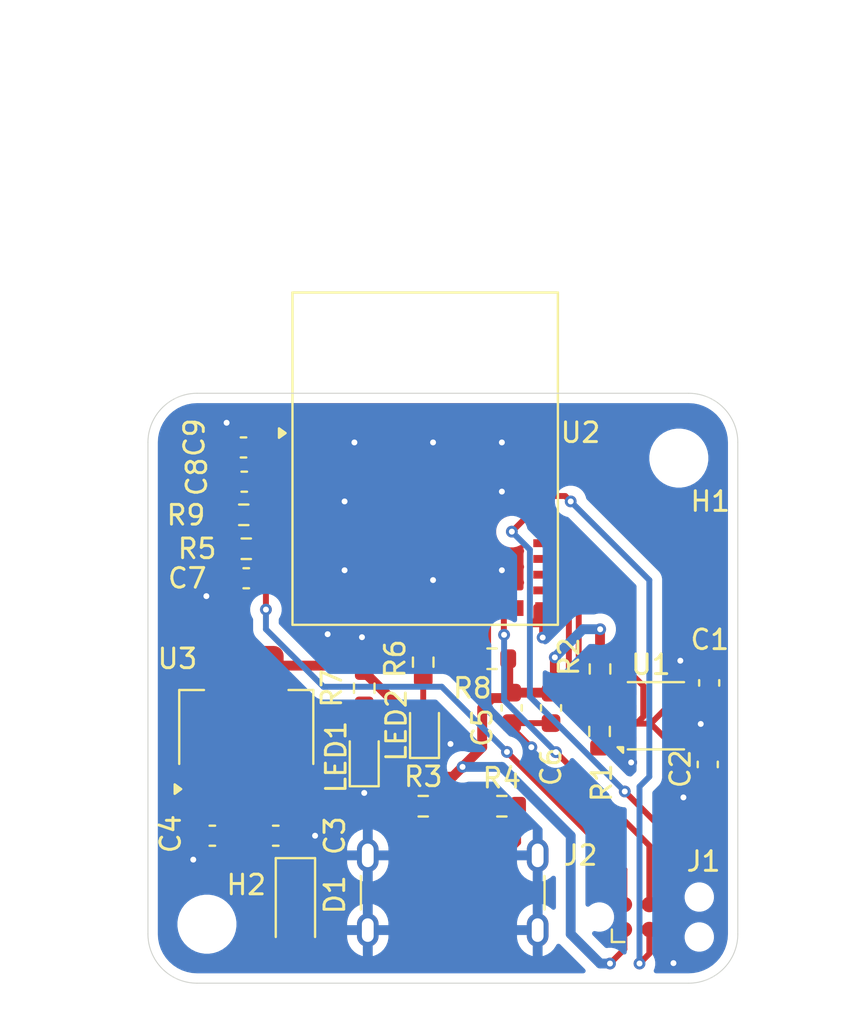
<source format=kicad_pcb>
(kicad_pcb (version 20241229) (generator "pcbnew") (generator_version "9.0")
  (layers (0 "F.Cu" signal) (2 "B.Cu" signal) (13 "F.Paste" user) (15 "B.Paste" user) (5 "F.SilkS" user "F.Silkscreen") (7 "B.SilkS" user "B.Silkscreen") (1 "F.Mask" user) (3 "B.Mask" user) (25 "Edge.Cuts" user))
  (net 0 "")
  (net 1 "GND")
  (net 2 "3.3V")
  (net 3 "/EN")
  (net 4 "VBUS")
  (net 5 "Net-(D1-A)")
  (net 6 "Net-(LED1-A)")
  (net 7 "Net-(LED2-A)")
  (net 8 "/SDA")
  (net 9 "/SCL")
  (net 10 "/IO9")
  (net 11 "/IO13")
  (net 12 "/TX")
  (net 13 "/RX")
  (net 14 "Net-(J2-CC1)")
  (net 15 "Net-(J2-CC2)")
  (net 16 "Net-(U2-IO8)")
  (net 17 "Net-(U2-IO2)")
  (footprint "Resistor_SMD:R_0603_1608Metric" (layer "F.Cu") (at 212.5 57)
    (property "Reference" "R8" (at -1 1.5 0) (layer "F.SilkS"))
    (property "Value" "10k")
    (fp_line (start -0.237258 -0.5225) (end 0.237258 -0.5225) (stroke (width 0.12)) (layer "F.SilkS"))
    (fp_line (start -0.237258 0.5225) (end 0.237258 0.5225) (stroke (width 0.12)) (layer "F.SilkS"))
    (pad "1" smd roundrect (at -0.825 0) (size 0.8 0.95) (layers "F.Cu" "F.Mask" "F.Paste") (net 16 "Net-(U2-IO8)"))
    (pad "2" smd roundrect (at 0.825 0) (size 0.8 0.95) (layers "F.Cu" "F.Mask" "F.Paste") (net 2 "3.3V"))
  )
  (footprint "Capacitor_SMD:C_0603_1608Metric" (layer "F.Cu") (at 199.860121 46.254622)
    (property "Reference" "C9" (at -2.5 -0.5 90) (layer "F.SilkS"))
    (property "Value" "1uF")
    (fp_line (start -0.14058 -0.51) (end 0.14058 -0.51) (stroke (width 0.12)) (layer "F.SilkS"))
    (fp_line (start -0.14058 0.51) (end 0.14058 0.51) (stroke (width 0.12)) (layer "F.SilkS"))
    (pad "1" smd roundrect (at -0.775 0) (size 0.9 0.95) (layers "F.Cu" "F.Mask" "F.Paste") (net 1 "GND"))
    (pad "2" smd roundrect (at 0.775 0) (size 0.9 0.95) (layers "F.Cu" "F.Mask" "F.Paste") (net 2 "3.3V"))
  )
  (footprint "Capacitor_SMD:C_0603_1608Metric" (layer "F.Cu") (at 200 52.906583 180)
    (property "Reference" "C7" (at 3 0 0) (layer "F.SilkS"))
    (property "Value" "1uF")
    (fp_line (start -0.14058 0.51) (end 0.14058 0.51) (stroke (width 0.12)) (layer "F.SilkS"))
    (fp_line (start -0.14058 -0.51) (end 0.14058 -0.51) (stroke (width 0.12)) (layer "F.SilkS"))
    (pad "1" smd roundrect (at -0.775 0 180) (size 0.9 0.95) (layers "F.Cu" "F.Mask" "F.Paste") (net 3 "/EN"))
    (pad "2" smd roundrect (at 0.775 0 180) (size 0.9 0.95) (layers "F.Cu" "F.Mask" "F.Paste") (net 1 "GND"))
  )
  (footprint "MountingHole:MountingHole_2.5mm" (layer "F.Cu") (at 198 70.5)
    (property "Reference" "H2" (at 2 -2 0) (layer "F.SilkS"))
    (property "Value" "MountingHole")
    (pad "" np_thru_hole circle (at 0 0) (size 2.5 2.5) (drill 2.5) (layers "*.Cu" "*.Mask"))
  )
  (footprint "Capacitor_SMD:C_0603_1608Metric" (layer "F.Cu") (at 215.5 59.5 90)
    (property "Reference" "C6" (at -3 0 90) (layer "F.SilkS"))
    (property "Value" "0.1uF")
    (fp_line (start -0.14058 -0.51) (end 0.14058 -0.51) (stroke (width 0.12)) (layer "F.SilkS"))
    (fp_line (start -0.14058 0.51) (end 0.14058 0.51) (stroke (width 0.12)) (layer "F.SilkS"))
    (pad "1" smd roundrect (at -0.775 0 90) (size 0.9 0.95) (layers "F.Cu" "F.Mask" "F.Paste") (net 1 "GND"))
    (pad "2" smd roundrect (at 0.775 0 90) (size 0.9 0.95) (layers "F.Cu" "F.Mask" "F.Paste") (net 2 "3.3V"))
  )
  (footprint "Connector:Tag-Connect_TC2030-IDC-NL_2x03_P1.27mm_Vertical" (layer "F.Cu") (at 220.5 70.135)
    (property "Reference" "J1" (at 2.755624 -2.828851 180) (layer "F.SilkS"))
    (property "Value" "TC2030")
    (fp_line (start -1.905 1.27) (end -1.905 0.635) (stroke (width 0.12)) (layer "F.SilkS"))
    (fp_line (start -1.27 1.27) (end -1.905 1.27) (stroke (width 0.12)) (layer "F.SilkS"))
    (pad "" np_thru_hole circle (at -2.54 0) (size 0.9906 0.9906) (drill 0.9906) (layers "*.Cu" "*.Mask"))
    (pad "" np_thru_hole circle (at 2.54 -1.016) (size 0.9906 0.9906) (drill 0.9906) (layers "*.Cu" "*.Mask"))
    (pad "" np_thru_hole circle (at 2.54 1.016) (size 0.9906 0.9906) (drill 0.9906) (layers "*.Cu" "*.Mask"))
    (pad "1" connect circle (at -1.27 0.635) (size 0.7874 0.7874) (layers "F.Cu" "F.Mask") (net 2 "3.3V"))
    (pad "2" connect circle (at -1.27 -0.635) (size 0.7874 0.7874) (layers "F.Cu" "F.Mask") (net 3 "/EN"))
    (pad "3" connect circle (at 0 0.635) (size 0.7874 0.7874) (layers "F.Cu" "F.Mask") (net 13 "/RX"))
    (pad "4" connect circle (at 0 -0.635) (size 0.7874 0.7874) (layers "F.Cu" "F.Mask") (net 10 "/IO9"))
    (pad "5" connect circle (at 1.27 0.635) (size 0.7874 0.7874) (layers "F.Cu" "F.Mask") (net 1 "GND"))
    (pad "6" connect circle (at 1.27 -0.635) (size 0.7874 0.7874) (layers "F.Cu" "F.Mask") (net 12 "/TX"))
    (zone (net 0) (net_name "") (layer "F.Cu") (connect_pads (clearance 0)) (min_thickness 0.254)
      (keepout (tracks allowed) (vias not_allowed) (pads allowed) (copperpour not_allowed) (footprints not_allowed))
      (fill (thermal_gap 0.508) (thermal_bridge_width 0.508))
      (polygon (pts (xy 221.77 69.5) (xy 219.23 69.5) (xy 219.23 70.77) (xy 221.77 70.77)))
    )
  )
  (footprint "Package_TO_SOT_SMD:SOT-223-3_TabPin2" (layer "F.Cu") (at 200 60.5 90)
    (property "Reference" "U3" (at 3.5 -3.5 180) (layer "F.SilkS"))
    (property "Value" "LD1117S33TR_SOT223")
    (fp_line (start 1.91 -3.41) (end 1.91 -2.15) (stroke (width 0.12)) (layer "F.SilkS"))
    (fp_line (start -1.85 -3.41) (end 1.91 -3.41) (stroke (width 0.12)) (layer "F.SilkS"))
    (fp_line (start 1.91 3.41) (end 1.91 2.15) (stroke (width 0.12)) (layer "F.SilkS"))
    (fp_line (start -1.85 3.41) (end 1.91 3.41) (stroke (width 0.12)) (layer "F.SilkS"))
    (fp_poly (pts (xy -3.13 -3.31) (xy -3.37 -3.64) (xy -2.89 -3.64) (xy -3.13 -3.31)) (stroke (width 0.12)) (fill yes) (layer "F.SilkS"))
    (pad "1" smd roundrect (at -3.15 -2.3 90) (size 2 1.5) (layers "F.Cu" "F.Mask" "F.Paste") (net 1 "GND"))
    (pad "2" smd roundrect (at -3.15 0 90) (size 2 1.5) (layers "F.Cu" "F.Mask" "F.Paste") (net 2 "3.3V"))
    (pad "2" smd roundrect (at 3.15 0 90) (size 2 3.8) (layers "F.Cu" "F.Mask" "F.Paste") (net 2 "3.3V"))
    (pad "3" smd roundrect (at -3.15 2.3 90) (size 2 1.5) (layers "F.Cu" "F.Mask" "F.Paste") (net 4 "VBUS"))
  )
  (footprint "Resistor_SMD:R_0603_1608Metric" (layer "F.Cu") (at 217.968392 60.696112 -90)
    (property "Reference" "R1" (at 2.603888 -0.1087 90) (layer "F.SilkS"))
    (property "Value" "4.7k")
    (fp_line (start -0.237258 0.5225) (end 0.237258 0.5225) (stroke (width 0.12)) (layer "F.SilkS"))
    (fp_line (start -0.237258 -0.5225) (end 0.237258 -0.5225) (stroke (width 0.12)) (layer "F.SilkS"))
    (pad "1" smd roundrect (at -0.825 0 270) (size 0.8 0.95) (layers "F.Cu" "F.Mask" "F.Paste") (net 8 "/SDA"))
    (pad "2" smd roundrect (at 0.825 0 270) (size 0.8 0.95) (layers "F.Cu" "F.Mask" "F.Paste") (net 2 "3.3V"))
  )
  (footprint "Capacitor_SMD:C_0603_1608Metric" (layer "F.Cu") (at 198.275 66)
    (property "Reference" "C4" (at -2.125936 -0.092318 90) (layer "F.SilkS"))
    (property "Value" "0.1uF")
    (fp_line (start -0.14058 -0.51) (end 0.14058 -0.51) (stroke (width 0.12)) (layer "F.SilkS"))
    (fp_line (start -0.14058 0.51) (end 0.14058 0.51) (stroke (width 0.12)) (layer "F.SilkS"))
    (pad "1" smd roundrect (at -0.775 0) (size 0.9 0.95) (layers "F.Cu" "F.Mask" "F.Paste") (net 1 "GND"))
    (pad "2" smd roundrect (at 0.775 0) (size 0.9 0.95) (layers "F.Cu" "F.Mask" "F.Paste") (net 4 "VBUS"))
  )
  (footprint "Connector_USB:USB_C_Receptacle_GCT_USB4125-xx-x_6P_TopMnt_Horizontal" (layer "F.Cu") (at 210.5 70)
    (property "Reference" "J2" (at 6.5 -3 0) (layer "F.SilkS"))
    (property "Value" "USB_C_Receptacle_PowerOnly_6P")
    (fp_line (start -4.67 -0.25) (end -4.67 -1.95) (stroke (width 0.12)) (layer "F.SilkS"))
    (fp_line (start 4.67 -0.25) (end 4.67 -1.95) (stroke (width 0.12)) (layer "F.SilkS"))
    (pad "A5" smd roundrect (at -0.5 -3.08) (size 0.7 1.2) (layers "F.Cu" "F.Mask" "F.Paste") (net 14 "Net-(J2-CC1)"))
    (pad "A9" smd roundrect (at 1.52 -3.08 180) (size 0.76 1.2) (layers "F.Cu" "F.Mask" "F.Paste") (net 5 "Net-(D1-A)"))
    (pad "A12" smd roundrect (at 2.75 -3.08 180) (size 0.8 1.2) (layers "F.Cu" "F.Mask" "F.Paste") (net 1 "GND"))
    (pad "B5" smd roundrect (at 0.5 -3.08 180) (size 0.7 1.2) (layers "F.Cu" "F.Mask" "F.Paste") (net 15 "Net-(J2-CC2)"))
    (pad "B9" smd roundrect (at -1.52 -3.08) (size 0.76 1.2) (layers "F.Cu" "F.Mask" "F.Paste") (net 5 "Net-(D1-A)"))
    (pad "B12" smd roundrect (at -2.75 -3.08) (size 0.8 1.2) (layers "F.Cu" "F.Mask" "F.Paste") (net 1 "GND"))
    (pad "S1" thru_hole oval (at -4.32 -3) (size 1.1 1.7) (drill oval 0.6 1.2) (property pad_prop_heatsink) (layers "*.Cu" "*.Mask" "F.Paste") (net 1 "GND"))
    (pad "S1" thru_hole oval (at -4.32 0.8) (size 1.1 1.7) (drill oval 0.6 1.2) (property pad_prop_heatsink) (layers "*.Cu" "*.Mask" "F.Paste") (net 1 "GND"))
    (pad "S1" thru_hole oval (at 4.32 -3) (size 1.1 1.7) (drill oval 0.6 1.2) (property pad_prop_heatsink) (layers "*.Cu" "*.Mask" "F.Paste") (net 1 "GND"))
    (pad "S1" thru_hole oval (at 4.32 0.8) (size 1.1 1.7) (drill oval 0.6 1.2) (property pad_prop_heatsink) (layers "*.Cu" "*.Mask" "F.Paste") (net 1 "GND"))
  )
  (footprint "RF_Module:ESP32-C6-MINI-1" (layer "F.Cu") (at 209.1 49.525)
    (property "Reference" "U2" (at 7.9 -4.025 0) (layer "F.SilkS"))
    (property "Value" "ESP32-C3-MINI-1")
    (fp_line (start -6.75 -11.15) (end 6.75 -11.15) (stroke (width 0.12)) (layer "F.SilkS"))
    (fp_line (start -6.75 5.75) (end -6.75 -11.15) (stroke (width 0.12)) (layer "F.SilkS"))
    (fp_line (start 6.75 -11.15) (end 6.75 5.75) (stroke (width 0.12)) (layer "F.SilkS"))
    (fp_line (start 6.75 5.75) (end -6.75 5.75) (stroke (width 0.12)) (layer "F.SilkS"))
    (fp_poly (pts (xy -7.1 -4) (xy -7.436 -3.76) (xy -7.436 -4.24) (xy -7.1 -4)) (stroke (width 0.12)) (fill yes) (layer "F.SilkS"))
    (pad "1" smd rect (at -5.9 -4) (size 0.8 0.4) (layers "F.Cu" "F.Mask" "F.Paste") (net 1 "GND"))
    (pad "2" smd rect (at -5.9 -3.2) (size 0.8 0.4) (layers "F.Cu" "F.Mask" "F.Paste") (net 1 "GND"))
    (pad "3" smd rect (at -5.9 -2.4) (size 0.8 0.4) (layers "F.Cu" "F.Mask" "F.Paste") (net 2 "3.3V"))
    (pad "4" smd rect (at -5.9 -1.6) (size 0.8 0.4) (layers "F.Cu" "F.Mask" "F.Paste"))
    (pad "5" smd rect (at -5.9 -0.8) (size 0.8 0.4) (layers "F.Cu" "F.Mask" "F.Paste") (net 17 "Net-(U2-IO2)"))
    (pad "6" smd rect (at -5.9 0) (size 0.8 0.4) (layers "F.Cu" "F.Mask" "F.Paste"))
    (pad "7" smd rect (at -5.9 0.8) (size 0.8 0.4) (layers "F.Cu" "F.Mask" "F.Paste"))
    (pad "8" smd rect (at -5.9 1.6) (size 0.8 0.4) (layers "F.Cu" "F.Mask" "F.Paste") (net 3 "/EN"))
    (pad "9" smd rect (at -5.9 2.4) (size 0.8 0.4) (layers "F.Cu" "F.Mask" "F.Paste"))
    (pad "10" smd rect (at -5.9 3.2) (size 0.8 0.4) (layers "F.Cu" "F.Mask" "F.Paste"))
    (pad "11" smd rect (at -5.9 4) (size 0.8 0.4) (layers "F.Cu" "F.Mask" "F.Paste") (net 1 "GND"))
    (pad "12" smd rect (at -4.8 4.9 90) (size 0.8 0.4) (layers "F.Cu" "F.Mask" "F.Paste"))
    (pad "13" smd rect (at -4 4.9 90) (size 0.8 0.4) (layers "F.Cu" "F.Mask" "F.Paste"))
    (pad "14" smd rect (at -3.2 4.9 90) (size 0.8 0.4) (layers "F.Cu" "F.Mask" "F.Paste") (net 1 "GND"))
    (pad "15" smd rect (at -2.4 4.9 90) (size 0.8 0.4) (layers "F.Cu" "F.Mask" "F.Paste"))
    (pad "16" smd rect (at -1.6 4.9 90) (size 0.8 0.4) (layers "F.Cu" "F.Mask" "F.Paste"))
    (pad "17" smd rect (at -0.8 4.9 90) (size 0.8 0.4) (layers "F.Cu" "F.Mask" "F.Paste"))
    (pad "18" smd rect (at 0 4.9 90) (size 0.8 0.4) (layers "F.Cu" "F.Mask" "F.Paste") (net 11 "/IO13"))
    (pad "19" smd rect (at 0.8 4.9 90) (size 0.8 0.4) (layers "F.Cu" "F.Mask" "F.Paste"))
    (pad "20" smd rect (at 1.6 4.9 90) (size 0.8 0.4) (layers "F.Cu" "F.Mask" "F.Paste"))
    (pad "21" smd rect (at 2.4 4.9 90) (size 0.8 0.4) (layers "F.Cu" "F.Mask" "F.Paste"))
    (pad "22" smd rect (at 3.2 4.9 90) (size 0.8 0.4) (layers "F.Cu" "F.Mask" "F.Paste") (net 16 "Net-(U2-IO8)"))
    (pad "23" smd rect (at 4 4.9 90) (size 0.8 0.4) (layers "F.Cu" "F.Mask" "F.Paste") (net 10 "/IO9"))
    (pad "24" smd rect (at 4.8 4.9 90) (size 0.8 0.4) (layers "F.Cu" "F.Mask" "F.Paste"))
    (pad "25" smd rect (at 5.9 4) (size 0.8 0.4) (layers "F.Cu" "F.Mask" "F.Paste"))
    (pad "26" smd rect (at 5.9 3.2) (size 0.8 0.4) (layers "F.Cu" "F.Mask" "F.Paste") (net 8 "/SDA"))
    (pad "27" smd rect (at 5.9 2.4) (size 0.8 0.4) (layers "F.Cu" "F.Mask" "F.Paste") (net 9 "/SCL"))
    (pad "28" smd rect (at 5.9 1.6) (size 0.8 0.4) (layers "F.Cu" "F.Mask" "F.Paste"))
    (pad "29" smd rect (at 5.9 0.8) (size 0.8 0.4) (layers "F.Cu" "F.Mask" "F.Paste"))
    (pad "30" smd rect (at 5.9 0) (size 0.8 0.4) (layers "F.Cu" "F.Mask" "F.Paste") (net 12 "/TX"))
    (pad "31" smd rect (at 5.9 -0.8) (size 0.8 0.4) (layers "F.Cu" "F.Mask" "F.Paste") (net 13 "/RX"))
    (pad "32" smd rect (at 5.9 -1.6) (size 0.8 0.4) (layers "F.Cu" "F.Mask" "F.Paste"))
    (pad "33" smd rect (at 5.9 -2.4) (size 0.8 0.4) (layers "F.Cu" "F.Mask" "F.Paste"))
    (pad "34" smd rect (at 5.9 -3.2) (size 0.8 0.4) (layers "F.Cu" "F.Mask" "F.Paste"))
    (pad "35" smd rect (at 5.9 -4) (size 0.8 0.4) (layers "F.Cu" "F.Mask" "F.Paste"))
    (pad "36" smd rect (at 4.8 -4.9 90) (size 0.8 0.4) (layers "F.Cu" "F.Mask" "F.Paste") (net 1 "GND"))
    (pad "37" smd rect (at 4 -4.9 90) (size 0.8 0.4) (layers "F.Cu" "F.Mask" "F.Paste") (net 1 "GND"))
    (pad "38" smd rect (at 3.2 -4.9 90) (size 0.8 0.4) (layers "F.Cu" "F.Mask" "F.Paste") (net 1 "GND"))
    (pad "39" smd rect (at 2.4 -4.9 90) (size 0.8 0.4) (layers "F.Cu" "F.Mask" "F.Paste") (net 1 "GND"))
    (pad "40" smd rect (at 1.6 -4.9 90) (size 0.8 0.4) (layers "F.Cu" "F.Mask" "F.Paste") (net 1 "GND"))
    (pad "41" smd rect (at 0.8 -4.9 90) (size 0.8 0.4) (layers "F.Cu" "F.Mask" "F.Paste") (net 1 "GND"))
    (pad "42" smd rect (at 0 -4.9 90) (size 0.8 0.4) (layers "F.Cu" "F.Mask" "F.Paste") (net 1 "GND"))
    (pad "43" smd rect (at -0.8 -4.9 90) (size 0.8 0.4) (layers "F.Cu" "F.Mask" "F.Paste") (net 1 "GND"))
    (pad "44" smd rect (at -1.6 -4.9 90) (size 0.8 0.4) (layers "F.Cu" "F.Mask" "F.Paste") (net 1 "GND"))
    (pad "45" smd rect (at -2.4 -4.9 90) (size 0.8 0.4) (layers "F.Cu" "F.Mask" "F.Paste") (net 1 "GND"))
    (pad "46" smd rect (at -3.2 -4.9 90) (size 0.8 0.4) (layers "F.Cu" "F.Mask" "F.Paste") (net 1 "GND"))
    (pad "47" smd rect (at -4 -4.9 90) (size 0.8 0.4) (layers "F.Cu" "F.Mask" "F.Paste") (net 1 "GND"))
    (pad "48" smd rect (at -4.8 -4.9 90) (size 0.8 0.4) (layers "F.Cu" "F.Mask" "F.Paste") (net 1 "GND"))
    (pad "49" smd roundrect (at -1.975 -1.975) (size 1.45 1.45) (property pad_prop_heatsink) (layers "F.Cu" "F.Mask" "F.Paste") (roundrect_rratio 0) (chamfer_ratio 0.41) (chamfer top_left) (net 1 "GND"))
    (pad "49" smd rect (at -1.975 0) (size 1.45 1.45) (property pad_prop_heatsink) (layers "F.Cu" "F.Mask" "F.Paste") (net 1 "GND"))
    (pad "49" smd rect (at -1.975 1.975) (size 1.45 1.45) (property pad_prop_heatsink) (layers "F.Cu" "F.Mask" "F.Paste") (net 1 "GND"))
    (pad "49" smd rect (at 0 -1.975) (size 1.45 1.45) (property pad_prop_heatsink) (layers "F.Cu" "F.Mask" "F.Paste") (net 1 "GND"))
    (pad "49" smd rect (at 0 0) (size 1.45 1.45) (property pad_prop_heatsink) (layers "F.Cu" "F.Mask" "F.Paste") (net 1 "GND"))
    (pad "49" smd rect (at 0 1.975) (size 1.45 1.45) (property pad_prop_heatsink) (layers "F.Cu" "F.Mask" "F.Paste") (net 1 "GND"))
    (pad "49" smd rect (at 1.975 -1.975) (size 1.45 1.45) (property pad_prop_heatsink) (layers "F.Cu" "F.Mask" "F.Paste") (net 1 "GND"))
    (pad "49" smd rect (at 1.975 0) (size 1.45 1.45) (property pad_prop_heatsink) (layers "F.Cu" "F.Mask" "F.Paste") (net 1 "GND"))
    (pad "49" smd rect (at 1.975 1.975) (size 1.45 1.45) (property pad_prop_heatsink) (layers "F.Cu" "F.Mask" "F.Paste") (net 1 "GND"))
    (pad "50" smd rect (at 5.95 -4.95) (size 0.7 0.7) (layers "F.Cu" "F.Mask" "F.Paste") (net 1 "GND"))
    (pad "51" smd rect (at 5.95 4.95) (size 0.7 0.7) (layers "F.Cu" "F.Mask" "F.Paste") (net 1 "GND"))
    (pad "52" smd rect (at -5.95 4.95) (size 0.7 0.7) (layers "F.Cu" "F.Mask" "F.Paste") (net 1 "GND"))
    (pad "53" smd rect (at -5.95 -4.95) (size 0.7 0.7) (layers "F.Cu" "F.Mask" "F.Paste") (net 1 "GND"))
    (zone (net 0) (net_name "") (layers "F.Cu" "B.Cu") (name "Antenna") (connect_pads (clearance 0)) (min_thickness 0.254)
      (keepout (tracks not_allowed) (vias not_allowed) (pads not_allowed) (copperpour not_allowed) (footprints not_allowed))
      (fill (thermal_gap 0.508) (thermal_bridge_width 0.508))
      (polygon (pts (xy 230.7 43.925) (xy 187.5 43.925) (xy 187.5 23.525) (xy 230.7 23.525)))
    )
  )
  (footprint "Resistor_SMD:R_0603_1608Metric" (layer "F.Cu") (at 209 64.5 180)
    (property "Reference" "R3" (at 0 1.5 0) (layer "F.SilkS"))
    (property "Value" "5.1k")
    (fp_line (start -0.237258 0.5225) (end 0.237258 0.5225) (stroke (width 0.12)) (layer "F.SilkS"))
    (fp_line (start -0.237258 -0.5225) (end 0.237258 -0.5225) (stroke (width 0.12)) (layer "F.SilkS"))
    (pad "1" smd roundrect (at -0.825 0 180) (size 0.8 0.95) (layers "F.Cu" "F.Mask" "F.Paste") (net 14 "Net-(J2-CC1)"))
    (pad "2" smd roundrect (at 0.825 0 180) (size 0.8 0.95) (layers "F.Cu" "F.Mask" "F.Paste") (net 1 "GND"))
  )
  (footprint "LED_SMD:LED_0603_1608Metric" (layer "F.Cu") (at 209.065441 60.560941 90)
    (property "Reference" "LED2" (at 0.175 -1.43 90) (layer "F.SilkS"))
    (property "Value" "BLUE")
    (fp_line (start 0.8 -0.735) (end -1.485 -0.735) (stroke (width 0.12)) (layer "F.SilkS"))
    (fp_line (start -1.485 -0.735) (end -1.485 0.735) (stroke (width 0.12)) (layer "F.SilkS"))
    (fp_line (start -1.485 0.735) (end 0.8 0.735) (stroke (width 0.12)) (layer "F.SilkS"))
    (pad "1" smd roundrect (at -0.7875 0 90) (size 0.875 0.95) (layers "F.Cu" "F.Mask" "F.Paste") (net 1 "GND"))
    (pad "2" smd roundrect (at 0.7875 0 90) (size 0.875 0.95) (layers "F.Cu" "F.Mask" "F.Paste") (net 7 "Net-(LED2-A)"))
  )
  (footprint "Capacitor_SMD:C_0603_1608Metric" (layer "F.Cu") (at 201.5 66 180)
    (property "Reference" "C3" (at -3 0 270) (layer "F.SilkS"))
    (property "Value" "10uF")
    (fp_line (start -0.14058 0.51) (end 0.14058 0.51) (stroke (width 0.12)) (layer "F.SilkS"))
    (fp_line (start -0.14058 -0.51) (end 0.14058 -0.51) (stroke (width 0.12)) (layer "F.SilkS"))
    (pad "1" smd roundrect (at -0.775 0 180) (size 0.9 0.95) (layers "F.Cu" "F.Mask" "F.Paste") (net 1 "GND"))
    (pad "2" smd roundrect (at 0.775 0 180) (size 0.9 0.95) (layers "F.Cu" "F.Mask" "F.Paste") (net 4 "VBUS"))
  )
  (footprint "Resistor_SMD:R_0603_1608Metric" (layer "F.Cu") (at 217.992267 57.520674 90)
    (property "Reference" "R2" (at 0.62548 -1.584122 270) (layer "F.SilkS"))
    (property "Value" "4.7k")
    (fp_line (start -0.237258 -0.5225) (end 0.237258 -0.5225) (stroke (width 0.12)) (layer "F.SilkS"))
    (fp_line (start -0.237258 0.5225) (end 0.237258 0.5225) (stroke (width 0.12)) (layer "F.SilkS"))
    (pad "1" smd roundrect (at -0.825 0 90) (size 0.8 0.95) (layers "F.Cu" "F.Mask" "F.Paste") (net 9 "/SCL"))
    (pad "2" smd roundrect (at 0.825 0 90) (size 0.8 0.95) (layers "F.Cu" "F.Mask" "F.Paste") (net 2 "3.3V"))
  )
  (footprint "Capacitor_SMD:C_0603_1608Metric" (layer "F.Cu") (at 223.471486 62.375 90)
    (property "Reference" "C2" (at -0.225 -1.394394 270) (layer "F.SilkS"))
    (property "Value" "100nF")
    (fp_line (start -0.14058 -0.51) (end 0.14058 -0.51) (stroke (width 0.12)) (layer "F.SilkS"))
    (fp_line (start -0.14058 0.51) (end 0.14058 0.51) (stroke (width 0.12)) (layer "F.SilkS"))
    (pad "1" smd roundrect (at -0.775 0 90) (size 0.9 0.95) (layers "F.Cu" "F.Mask" "F.Paste") (net 1 "GND"))
    (pad "2" smd roundrect (at 0.775 0 90) (size 0.9 0.95) (layers "F.Cu" "F.Mask" "F.Paste") (net 2 "3.3V"))
  )
  (footprint "Capacitor_SMD:C_0603_1608Metric" (layer "F.Cu") (at 223.544523 58.228385 90)
    (property "Reference" "C1" (at 2.197177 0.032569 180) (layer "F.SilkS"))
    (property "Value" "100nF")
    (fp_line (start -0.14058 -0.51) (end 0.14058 -0.51) (stroke (width 0.12)) (layer "F.SilkS"))
    (fp_line (start -0.14058 0.51) (end 0.14058 0.51) (stroke (width 0.12)) (layer "F.SilkS"))
    (pad "1" smd roundrect (at -0.775 0 90) (size 0.9 0.95) (layers "F.Cu" "F.Mask" "F.Paste") (net 2 "3.3V"))
    (pad "2" smd roundrect (at 0.775 0 90) (size 0.9 0.95) (layers "F.Cu" "F.Mask" "F.Paste") (net 1 "GND"))
  )
  (footprint "Capacitor_SMD:C_0603_1608Metric" (layer "F.Cu") (at 199.897593 47.995403)
    (property "Reference" "C8" (at -2.414879 -0.245378 90) (layer "F.SilkS"))
    (property "Value" "0.1uF")
    (fp_line (start -0.14058 -0.51) (end 0.14058 -0.51) (stroke (width 0.12)) (layer "F.SilkS"))
    (fp_line (start -0.14058 0.51) (end 0.14058 0.51) (stroke (width 0.12)) (layer "F.SilkS"))
    (pad "1" smd roundrect (at -0.775 0) (size 0.9 0.95) (layers "F.Cu" "F.Mask" "F.Paste") (net 1 "GND"))
    (pad "2" smd roundrect (at 0.775 0) (size 0.9 0.95) (layers "F.Cu" "F.Mask" "F.Paste") (net 2 "3.3V"))
  )
  (footprint "Resistor_SMD:R_0603_1608Metric" (layer "F.Cu") (at 206 58.5 -90)
    (property "Reference" "R7" (at 0 1.652114 90) (layer "F.SilkS"))
    (property "Value" "5.1k")
    (fp_line (start -0.237258 0.5225) (end 0.237258 0.5225) (stroke (width 0.12)) (layer "F.SilkS"))
    (fp_line (start -0.237258 -0.5225) (end 0.237258 -0.5225) (stroke (width 0.12)) (layer "F.SilkS"))
    (pad "1" smd roundrect (at -0.825 0 270) (size 0.8 0.95) (layers "F.Cu" "F.Mask" "F.Paste") (net 2 "3.3V"))
    (pad "2" smd roundrect (at 0.825 0 270) (size 0.8 0.95) (layers "F.Cu" "F.Mask" "F.Paste") (net 6 "Net-(LED1-A)"))
  )
  (footprint "LED_SMD:LED_0603_1608Metric" (layer "F.Cu") (at 206 62 90)
    (property "Reference" "LED1" (at 0 -1.43 90) (layer "F.SilkS"))
    (property "Value" "RED")
    (fp_line (start 0.8 -0.735) (end -1.485 -0.735) (stroke (width 0.12)) (layer "F.SilkS"))
    (fp_line (start -1.485 -0.735) (end -1.485 0.735) (stroke (width 0.12)) (layer "F.SilkS"))
    (fp_line (start -1.485 0.735) (end 0.8 0.735) (stroke (width 0.12)) (layer "F.SilkS"))
    (pad "1" smd roundrect (at -0.7875 0 90) (size 0.875 0.95) (layers "F.Cu" "F.Mask" "F.Paste") (net 1 "GND"))
    (pad "2" smd roundrect (at 0.7875 0 90) (size 0.875 0.95) (layers "F.Cu" "F.Mask" "F.Paste") (net 6 "Net-(LED1-A)"))
  )
  (footprint "MountingHole:MountingHole_2.5mm" (layer "F.Cu") (at 222 46.797731)
    (property "Reference" "H1" (at 1.599212 2.202269 0) (layer "F.SilkS"))
    (property "Value" "MountingHole")
    (pad "" np_thru_hole circle (at 0 0) (size 2.5 2.5) (drill 2.5) (layers "*.Cu" "*.Mask"))
  )
  (footprint "Resistor_SMD:R_0603_1608Metric" (layer "F.Cu") (at 200 51.406583)
    (property "Reference" "R5" (at -2.5 0 0) (layer "F.SilkS"))
    (property "Value" "10k")
    (fp_line (start -0.237258 -0.5225) (end 0.237258 -0.5225) (stroke (width 0.12)) (layer "F.SilkS"))
    (fp_line (start -0.237258 0.5225) (end 0.237258 0.5225) (stroke (width 0.12)) (layer "F.SilkS"))
    (pad "1" smd roundrect (at -0.825 0) (size 0.8 0.95) (layers "F.Cu" "F.Mask" "F.Paste") (net 2 "3.3V"))
    (pad "2" smd roundrect (at 0.825 0) (size 0.8 0.95) (layers "F.Cu" "F.Mask" "F.Paste") (net 3 "/EN"))
  )
  (footprint "Package_LGA:Bosch_LGA-8_3x3mm_P0.8mm_ClockwisePinNumbering" (layer "F.Cu") (at 220.764592 59.9 90)
    (property "Reference" "U1" (at 2.6 -0.1875 180) (layer "F.SilkS"))
    (property "Value" "BME680")
    (fp_line (start 1.71 -1.36) (end 1.71 1.5) (stroke (width 0.12)) (layer "F.SilkS"))
    (fp_line (start -1.71 -1.36) (end -1.71 1.5) (stroke (width 0.12)) (layer "F.SilkS"))
    (fp_poly (pts (xy -1.6 -1.6) (xy -1.88 -1.6) (xy -1.6 -1.88) (xy -1.6 -1.6)) (stroke (width 0.12)) (fill yes) (layer "F.SilkS"))
    (pad "1" smd roundrect (at -1.2 -1.1875 90) (size 0.5 0.525) (layers "F.Cu" "F.Mask" "F.Paste") (net 1 "GND"))
    (pad "2" smd roundrect (at -0.4 -1.1875 90) (size 0.5 0.525) (layers "F.Cu" "F.Mask" "F.Paste") (net 2 "3.3V"))
    (pad "3" smd roundrect (at 0.4 -1.1875 90) (size 0.5 0.525) (layers "F.Cu" "F.Mask" "F.Paste") (net 8 "/SDA"))
    (pad "4" smd roundrect (at 1.2 -1.1875 90) (size 0.5 0.525) (layers "F.Cu" "F.Mask" "F.Paste") (net 9 "/SCL"))
    (pad "5" smd roundrect (at 1.2 1.1875 90) (size 0.5 0.525) (layers "F.Cu" "F.Mask" "F.Paste") (net 1 "GND"))
    (pad "6" smd roundrect (at 0.4 1.1875 90) (size 0.5 0.525) (layers "F.Cu" "F.Mask" "F.Paste") (net 2 "3.3V"))
    (pad "7" smd roundrect (at -0.4 1.1875 90) (size 0.5 0.525) (layers "F.Cu" "F.Mask" "F.Paste") (net 1 "GND"))
    (pad "8" smd roundrect (at -1.2 1.1875 90) (size 0.5 0.525) (layers "F.Cu" "F.Mask" "F.Paste") (net 2 "3.3V"))
  )
  (footprint "Resistor_SMD:R_0603_1608Metric" (layer "F.Cu") (at 199.872414 49.681036 180)
    (property "Reference" "R9" (at 2.938556 -0.017085 0) (layer "F.SilkS"))
    (property "Value" "10k")
    (fp_line (start -0.237258 0.5225) (end 0.237258 0.5225) (stroke (width 0.12)) (layer "F.SilkS"))
    (fp_line (start -0.237258 -0.5225) (end 0.237258 -0.5225) (stroke (width 0.12)) (layer "F.SilkS"))
    (pad "1" smd roundrect (at -0.825 0 180) (size 0.8 0.95) (layers "F.Cu" "F.Mask" "F.Paste") (net 17 "Net-(U2-IO2)"))
    (pad "2" smd roundrect (at 0.825 0 180) (size 0.8 0.95) (layers "F.Cu" "F.Mask" "F.Paste") (net 2 "3.3V"))
  )
  (footprint "Resistor_SMD:R_0603_1608Metric" (layer "F.Cu") (at 213 64.5)
    (property "Reference" "R4" (at 0 -1.43 0) (layer "F.SilkS"))
    (property "Value" "5.1k")
    (fp_line (start -0.237258 -0.5225) (end 0.237258 -0.5225) (stroke (width 0.12)) (layer "F.SilkS"))
    (fp_line (start -0.237258 0.5225) (end 0.237258 0.5225) (stroke (width 0.12)) (layer "F.SilkS"))
    (pad "1" smd roundrect (at -0.825 0) (size 0.8 0.95) (layers "F.Cu" "F.Mask" "F.Paste") (net 15 "Net-(J2-CC2)"))
    (pad "2" smd roundrect (at 0.825 0) (size 0.8 0.95) (layers "F.Cu" "F.Mask" "F.Paste") (net 1 "GND"))
  )
  (footprint "Diode_SMD:D_SOD-123" (layer "F.Cu") (at 202.5 69.5 -90)
    (property "Reference" "D1" (at -0.5 -2 90) (layer "F.SilkS"))
    (property "Value" "B5819W-TP")
    (fp_line (start -2.36 1) (end 1.65 1) (stroke (width 0.12)) (layer "F.SilkS"))
    (fp_line (start -2.36 -1) (end -2.36 1) (stroke (width 0.12)) (layer "F.SilkS"))
    (fp_line (start -2.36 -1) (end 1.65 -1) (stroke (width 0.12)) (layer "F.SilkS"))
    (pad "1" smd roundrect (at -1.65 0 270) (size 0.9 1.2) (layers "F.Cu" "F.Mask" "F.Paste") (net 4 "VBUS"))
    (pad "2" smd roundrect (at 1.65 0 270) (size 0.9 1.2) (layers "F.Cu" "F.Mask" "F.Paste") (net 5 "Net-(D1-A)"))
  )
  (footprint "Capacitor_SMD:C_0603_1608Metric" (layer "F.Cu") (at 213.5 59.5 90)
    (property "Reference" "C5" (at -1 -1.5 270) (layer "F.SilkS"))
    (property "Value" "10uF")
    (fp_line (start -0.14058 -0.51) (end 0.14058 -0.51) (stroke (width 0.12)) (layer "F.SilkS"))
    (fp_line (start -0.14058 0.51) (end 0.14058 0.51) (stroke (width 0.12)) (layer "F.SilkS"))
    (pad "1" smd roundrect (at -0.775 0 90) (size 0.9 0.95) (layers "F.Cu" "F.Mask" "F.Paste") (net 1 "GND"))
    (pad "2" smd roundrect (at 0.775 0 90) (size 0.9 0.95) (layers "F.Cu" "F.Mask" "F.Paste") (net 2 "3.3V"))
  )
  (footprint "Resistor_SMD:R_0603_1608Metric" (layer "F.Cu") (at 209 57.175 90)
    (property "Reference" "R6" (at 0.175 -1.43 90) (layer "F.SilkS"))
    (property "Value" "5.1k")
    (fp_line (start -0.237258 -0.5225) (end 0.237258 -0.5225) (stroke (width 0.12)) (layer "F.SilkS"))
    (fp_line (start -0.237258 0.5225) (end 0.237258 0.5225) (stroke (width 0.12)) (layer "F.SilkS"))
    (pad "1" smd roundrect (at -0.825 0 90) (size 0.8 0.95) (layers "F.Cu" "F.Mask" "F.Paste") (net 7 "Net-(LED2-A)"))
    (pad "2" smd roundrect (at 0.825 0 90) (size 0.8 0.95) (layers "F.Cu" "F.Mask" "F.Paste") (net 11 "/IO13"))
  )
  (gr_arc (start 222.5 43.5) (mid 224.267767 44.232233) (end 225 46) (stroke (width 0.05)) (layer "Edge.Cuts"))
  (gr_arc (start 225 71) (mid 224.267767 72.767767) (end 222.5 73.5) (stroke (width 0.05)) (layer "Edge.Cuts"))
  (gr_line (start 197.5 43.5) (end 222.5 43.5) (stroke (width 0.05)) (layer "Edge.Cuts"))
  (gr_arc (start 195 46) (mid 195.732233 44.232233) (end 197.5 43.5) (stroke (width 0.05)) (layer "Edge.Cuts"))
  (gr_line (start 225 46) (end 225 71) (stroke (width 0.05)) (layer "Edge.Cuts"))
  (gr_line (start 195 71) (end 195 46) (stroke (width 0.05)) (layer "Edge.Cuts"))
  (gr_arc (start 197.5 73.5) (mid 195.732233 72.767767) (end 195 71) (stroke (width 0.05)) (layer "Edge.Cuts"))
  (gr_line (start 222.5 73.5) (end 197.5 73.5) (stroke (width 0.05)) (layer "Edge.Cuts"))
  (segment (start 197.7 65.8) (end 197.5 66) (width 0.5) (layer "F.Cu") (net 1))
  (segment (start 219.577092 62.273488) (end 219.575442 62.275138) (width 0.3) (layer "F.Cu") (net 1))
  (segment (start 205.9 54.425) (end 205.9 55.88899) (width 0.3) (layer "F.Cu") (net 1))
  (segment (start 210.372559 61.348441) (end 210.387251 61.333749) (width 0.3) (layer "F.Cu") (net 1))
  (segment (start 209.065441 61.348441) (end 210.372559 61.348441) (width 0.3) (layer "F.Cu") (net 1))
  (segment (start 207.75 66.92) (end 206.26 66.92) (width 0.3) (layer "F.Cu") (net 1))
  (segment (start 213.825 64.5) (end 213.825 66.345) (width 0.3) (layer "F.Cu") (net 1))
  (segment (start 213.825 66.345) (end 213.25 66.92) (width 0.3) (layer "F.Cu") (net 1))
  (segment (start 215.05 55.896037) (end 215.075783 55.92182) (width 0.3) (layer "F.Cu") (net 1))
  (segment (start 223.198707 57.453385) (end 221.952092 58.7) (width 0.3) (layer "F.Cu") (net 1))
  (segment (start 222.430477 57.453385) (end 222.077092 57.1) (width 0.3) (layer "F.Cu") (net 1))
  (segment (start 219.577092 61.1) (end 219.577092 62.273488) (width 0.3) (layer "F.Cu") (net 1))
  (segment (start 214.74 66.92) (end 214.82 67) (width 0.3) (layer "F.Cu") (net 1))
  (segment (start 199.122593 47.995403) (end 199.122593 46.292094) (width 0.5) (layer "F.Cu") (net 1))
  (segment (start 215.5 60.275) (end 213.5 60.275) (width 0.3) (layer "F.Cu") (net 1))
  (segment (start 223.544523 57.453385) (end 222.430477 57.453385) (width 0.3) (layer "F.Cu") (net 1))
  (segment (start 198.881506 52.906583) (end 197.971475 53.816614) (width 0.3) (layer "F.Cu") (net 1))
  (segment (start 221.952092 60.3) (end 223.097853 60.3) (width 0.3) (layer "F.Cu") (net 1))
  (segment (start 223.097853 60.3) (end 223.114607 60.316754) (width 0.3) (layer "F.Cu") (net 1))
  (segment (start 213.5 60.5) (end 214.5 61.5) (width 0.3) (layer "F.Cu") (net 1))
  (segment (start 223.544523 57.453385) (end 223.198707 57.453385) (width 0.3) (layer "F.Cu") (net 1))
  (segment (start 199.122593 46.292094) (end 199.085121 46.254622) (width 0.5) (layer "F.Cu") (net 1))
  (segment (start 221.77 72.436575) (end 221.727009 72.479566) (width 0.3) (layer "F.Cu") (net 1))
  (segment (start 213.25 66.92) (end 214.74 66.92) (width 0.3) (layer "F.Cu") (net 1))
  (segment (start 197.5 66) (end 197.5 67.020481) (width 0.5) (layer "F.Cu") (net 1))
  (segment (start 197.5 67.020481) (end 197.304076 67.216405) (width 0.5) (layer "F.Cu") (net 1))
  (segment (start 203.2 54.425) (end 203.15 54.475) (width 0.5) (layer "F.Cu") (net 1))
  (segment (start 199.225 52.906583) (end 198.881506 52.906583) (width 0.3) (layer "F.Cu") (net 1))
  (segment (start 223.471486 63.15) (end 223.136393 63.15) (width 0.3) (layer "F.Cu") (net 1))
  (segment (start 207.75 66.92) (end 207.75 64.925) (width 0.3) (layer "F.Cu") (net 1))
  (segment (start 213.5 60.275) (end 213.5 60.5) (width 0.3) (layer "F.Cu") (net 1))
  (segment (start 203.15 54.475) (end 203.15 54.762748) (width 0.3) (layer "F.Cu") (net 1))
  (segment (start 199.085121 46.254622) (end 199.085121 45.085121) (width 0.5) (layer "F.Cu") (net 1))
  (segment (start 223.136393 63.15) (end 222.2338 64.052593) (width 0.3) (layer "F.Cu") (net 1))
  (segment (start 197.7 63.65) (end 197.7 65.8) (width 0.5) (layer "F.Cu") (net 1))
  (segment (start 206.26 66.92) (end 206.18 67) (width 0.3) (layer "F.Cu") (net 1))
  (segment (start 207.75 64.925) (end 208.175 64.5) (width 0.3) (layer "F.Cu") (net 1))
  (segment (start 203.15 54.762748) (end 204.138975 55.751723) (width 0.3) (layer "F.Cu") (net 1))
  (segment (start 205.9 55.88899) (end 205.884254 55.904736) (width 0.3) (layer "F.Cu") (net 1))
  (segment (start 215.05 54.475) (end 215.05 55.896037) (width 0.3) (layer "F.Cu") (net 1))
  (segment (start 221.77 70.77) (end 221.77 72.436575) (width 0.3) (layer "F.Cu") (net 1))
  (segment (start 206 62.7875) (end 206 63.825) (width 0.3) (layer "F.Cu") (net 1))
  (segment (start 199.085121 45.085121) (end 199 45) (width 0.5) (layer "F.Cu") (net 1))
  (segment (start 202.275 66) (end 203.5 66) (width 0.5) (layer "F.Cu") (net 1))
  (via (at 205 52.5) (size 0.6) (drill 0.3) (layers "F.Cu" "B.Cu") (net 1))
  (via (at 219.575442 62.275138) (size 0.6) (drill 0.3) (layers "F.Cu" "B.Cu") (net 1))
  (via (at 214.5 61.5) (size 0.6) (drill 0.3) (layers "F.Cu" "B.Cu") (net 1))
  (via (at 209.5 46) (size 0.6) (drill 0.3) (layers "F.Cu" "B.Cu") (net 1))
  (via (at 213 48.5) (size 0.6) (drill 0.3) (layers "F.Cu" "B.Cu") (net 1))
  (via (at 205 49) (size 0.6) (drill 0.3) (layers "F.Cu" "B.Cu") (net 1))
  (via (at 223.114607 60.316754) (size 0.6) (drill 0.3) (layers "F.Cu" "B.Cu") (net 1))
  (via (at 205.884254 55.904736) (size 0.6) (drill 0.3) (layers "F.Cu" "B.Cu") (net 1))
  (via (at 206 63.825) (size 0.6) (drill 0.3) (layers "F.Cu" "B.Cu") (net 1))
  (via (at 197.304076 67.216405) (size 0.6) (drill 0.3) (layers "F.Cu" "B.Cu") (net 1))
  (via (at 209.5 53) (size 0.6) (drill 0.3) (layers "F.Cu" "B.Cu") (net 1))
  (via (at 215.075783 55.92182) (size 0.6) (drill 0.3) (layers "F.Cu" "B.Cu") (net 1))
  (via (at 222.2338 64.052593) (size 0.6) (drill 0.3) (layers "F.Cu" "B.Cu") (net 1))
  (via (at 204.138975 55.751723) (size 0.6) (drill 0.3) (layers "F.Cu" "B.Cu") (net 1))
  (via (at 213 52.5) (size 0.6) (drill 0.3) (layers "F.Cu" "B.Cu") (net 1))
  (via (at 210.387251 61.333749) (size 0.6) (drill 0.3) (layers "F.Cu" "B.Cu") (net 1))
  (via (at 205.5 46) (size 0.6) (drill 0.3) (layers "F.Cu" "B.Cu") (net 1))
  (via (at 222.077092 57.1) (size 0.6) (drill 0.3) (layers "F.Cu" "B.Cu") (net 1))
  (via (at 203.5 66) (size 0.6) (drill 0.3) (layers "F.Cu" "B.Cu") (net 1))
  (via (at 221.727009 72.479566) (size 0.6) (drill 0.3) (layers "F.Cu" "B.Cu") (net 1))
  (via (at 213 46) (size 0.6) (drill 0.3) (layers "F.Cu" "B.Cu") (net 1))
  (via (at 199 45) (size 0.6) (drill 0.3) (layers "F.Cu" "B.Cu") (net 1))
  (via (at 197.971475 53.816614) (size 0.6) (drill 0.3) (layers "F.Cu" "B.Cu") (net 1))
  (segment (start 211 62.5) (end 212 61.5) (width 0.5) (layer "F.Cu") (net 2))
  (segment (start 212.5 59) (end 213.225 59) (width 0.5) (layer "F.Cu") (net 2))
  (segment (start 221.952092 61.1) (end 222.971486 61.1) (width 0.3) (layer "F.Cu") (net 2))
  (segment (start 199.047414 49.681036) (end 199.047414 49.620582) (width 0.5) (layer "F.Cu") (net 2))
  (segment (start 222.971486 61.1) (end 223.471486 61.6) (width 0.3) (layer "F.Cu") (net 2))
  (segment (start 217.992267 55.507733) (end 218 55.5) (width 0.5) (layer "F.Cu") (net 2))
  (segment (start 200.672593 46.292094) (end 200.635121 46.254622) (width 0.5) (layer "F.Cu") (net 2))
  (segment (start 200 57.35) (end 205.675 57.35) (width 0.5) (layer "F.Cu") (net 2))
  (segment (start 213.325 58.55) (end 213.5 58.725) (width 0.5) (layer "F.Cu") (net 2))
  (segment (start 221.952092 59.5) (end 221.368571 59.5) (width 0.3) (layer "F.Cu") (net 2))
  (segment (start 201.542996 47.125) (end 203.2 47.125) (width 0.5) (layer "F.Cu") (net 2))
  (segment (start 199.047414 49.681036) (end 199.047414 51.278997) (width 0.5) (layer "F.Cu") (net 2))
  (segment (start 219.23 71.77) (end 218.5 72.5) (width 0.3) (layer "F.Cu") (net 2))
  (segment (start 221.952092 59.5) (end 223.047908 59.5) (width 0.3) (layer "F.Cu") (net 2))
  (segment (start 220.568571 60.3) (end 221.368571 61.1) (width 0.3) (layer "F.Cu") (net 2))
  (segment (start 196.5 53.85) (end 200 57.35) (width 0.5) (layer "F.Cu") (net 2))
  (segment (start 219.577092 60.3) (end 220.568571 60.3) (width 0.3) (layer "F.Cu") (net 2))
  (segment (start 221.368571 59.5) (end 220.568571 60.3) (width 0.3) (layer "F.Cu") (net 2))
  (segment (start 219.577092 60.3) (end 219.839591 60.3) (width 0.3) (layer "F.Cu") (net 2))
  (segment (start 220.190592 59.948999) (end 220.190592 58.37437) (width 0.3) (layer "F.Cu") (net 2))
  (segment (start 196.5 52.5) (end 196.5 53.85) (width 0.5) (layer "F.Cu") (net 2))
  (segment (start 213.325 57) (end 213.325 58.55) (width 0.5) (layer "F.Cu") (net 2))
  (segment (start 196.5 52.5) (end 197.593417 51.406583) (width 0.5) (layer "F.Cu") (net 2))
  (segment (start 223.047908 59.5) (end 223.544523 59.003385) (width 0.3) (layer "F.Cu") (net 2))
  (segment (start 219.189504 60.3) (end 217.968392 61.521112) (width 0.3) (layer "F.Cu") (net 2))
  (segment (start 208.65 63) (end 210.5 63) (width 0.5) (layer "F.Cu") (net 2))
  (segment (start 199.047414 51.278997) (end 199.175 51.406583) (width 0.5) (layer "F.Cu") (net 2))
  (segment (start 215.693625 58.531375) (end 215.5 58.725) (width 0.5) (layer "F.Cu") (net 2))
  (segment (start 200.672593 47.995403) (end 201.542996 47.125) (width 0.5) (layer "F.Cu") (net 2))
  (segment (start 219.577092 60.3) (end 219.189504 60.3) (width 0.3) (layer "F.Cu") (net 2))
  (segment (start 200 57.35) (end 200 63.65) (width 0.5) (layer "F.Cu") (net 2))
  (segment (start 205.675 57.35) (end 206 57.675) (width 0.5) (layer "F.Cu") (net 2))
  (segment (start 220.190592 58.37437) (end 218.511896 56.695674) (width 0.3) (layer "F.Cu") (net 2))
  (segment (start 213.5 58.725) (end 215.5 58.725) (width 0.5) (layer "F.Cu") (net 2))
  (segment (start 217.992267 56.695674) (end 217.992267 55.507733) (width 0.5) (layer "F.Cu") (net 2))
  (segment (start 213.225 59) (end 213.5 58.725) (width 0.5) (layer "F.Cu") (net 2))
  (segment (start 219.23 70.77) (end 219.23 71.77) (width 0.3) (layer "F.Cu") (net 2))
  (segment (start 221.368571 61.1) (end 221.952092 61.1) (width 0.3) (layer "F.Cu") (net 2))
  (segment (start 197.593417 51.406583) (end 199.175 51.406583) (width 0.5) (layer "F.Cu") (net 2))
  (segment (start 210.5 63) (end 211 62.5) (width 0.5) (layer "F.Cu") (net 2))
  (segment (start 200.672593 47.995403) (end 200.672593 46.292094) (width 0.5) (layer "F.Cu") (net 2))
  (segment (start 215.693625 56.929363) (end 215.693625 58.531375) (width 0.5) (layer "F.Cu") (net 2))
  (segment (start 206 57.675) (end 207.5 59.175) (width 0.5) (layer "F.Cu") (net 2))
  (segment (start 212 59.5) (end 212.5 59) (width 0.5) (layer "F.Cu") (net 2))
  (segment (start 218.511896 56.695674) (end 217.992267 56.695674) (width 0.3) (layer "F.Cu") (net 2))
  (segment (start 207.5 61.85) (end 208.65 63) (width 0.5) (layer "F.Cu") (net 2))
  (segment (start 199.047414 49.620582) (end 200.672593 47.995403) (width 0.5) (layer "F.Cu") (net 2))
  (segment (start 219.839591 60.3) (end 220.190592 59.948999) (width 0.3) (layer "F.Cu") (net 2))
  (segment (start 212 61.5) (end 212 59.5) (width 0.5) (layer "F.Cu") (net 2))
  (segment (start 207.5 59.175) (end 207.5 61.85) (width 0.5) (layer "F.Cu") (net 2))
  (via (at 211 62.5) (size 0.6) (drill 0.3) (layers "F.Cu" "B.Cu") (net 2))
  (via (at 215.693625 56.929363) (size 0.6) (drill 0.3) (layers "F.Cu" "B.Cu") (net 2))
  (via (at 218 55.5) (size 0.6) (drill 0.3) (layers "F.Cu" "B.Cu") (net 2))
  (via (at 218.5 72.5) (size 0.6) (drill 0.3) (layers "F.Cu" "B.Cu") (net 2))
  (segment (start 218.5 72.5) (end 218 72.5) (width 0.5) (layer "B.Cu") (net 2))
  (segment (start 211 62.5) (end 213 62.5) (width 0.5) (layer "B.Cu") (net 2))
  (segment (start 216.5 66) (end 216.5 71) (width 0.5) (layer "B.Cu") (net 2))
  (segment (start 218 72.5) (end 216.5 71) (width 0.5) (layer "B.Cu") (net 2))
  (segment (start 217.122988 55.5) (end 215.693625 56.929363) (width 0.5) (layer "B.Cu") (net 2))
  (segment (start 218 55.5) (end 217.122988 55.5) (width 0.5) (layer "B.Cu") (net 2))
  (segment (start 213 62.5) (end 216.5 66) (width 0.5) (layer "B.Cu") (net 2))
  (segment (start 203.075 51) (end 203.2 51.125) (width 0.3) (layer "F.Cu") (net 3))
  (segment (start 213.25985 61.74015) (end 213.25985 61.745459) (width 0.3) (layer "F.Cu") (net 3))
  (segment (start 200.825 52.856583) (end 200.775 52.906583) (width 0.3) (layer "F.Cu") (net 3))
  (segment (start 201 53.131583) (end 200.775 52.906583) (width 0.3) (layer "F.Cu") (net 3))
  (segment (start 200.825 51.406583) (end 200.825 52.856583) (width 0.3) (layer "F.Cu") (net 3))
  (segment (start 200.825 51.406583) (end 201.106583 51.125) (width 0.3) (layer "F.Cu") (net 3))
  (segment (start 219.23 67.715609) (end 219.23 69.5) (width 0.3) (layer "F.Cu") (net 3))
  (segment (start 201 54.5) (end 201 53.131583) (width 0.3) (layer "F.Cu") (net 3))
  (segment (start 201.106583 51.125) (end 203.2 51.125) (width 0.3) (layer "F.Cu") (net 3))
  (segment (start 213.25985 61.745459) (end 219.23 67.715609) (width 0.3) (layer "F.Cu") (net 3))
  (via (at 213.25985 61.74015) (size 0.6) (drill 0.3) (layers "F.Cu" "B.Cu") (net 3))
  (via (at 201 54.5) (size 0.6) (drill 0.3) (layers "F.Cu" "B.Cu") (net 3))
  (segment (start 209.944264 58.424565) (end 203.924565 58.424565) (width 0.3) (layer "B.Cu") (net 3))
  (segment (start 201 55.5) (end 201 54.5) (width 0.3) (layer "B.Cu") (net 3))
  (segment (start 203.924565 58.424565) (end 201 55.5) (width 0.3) (layer "B.Cu") (net 3))
  (segment (start 213.25985 61.74015) (end 209.944264 58.424565) (width 0.3) (layer "B.Cu") (net 3))
  (segment (start 202.5 67.775) (end 200.725 66) (width 0.5) (layer "F.Cu") (net 4))
  (segment (start 202.5 67.85) (end 202.5 67.775) (width 0.5) (layer "F.Cu") (net 4))
  (segment (start 200.725 65.225) (end 202.3 63.65) (width 0.5) (layer "F.Cu") (net 4))
  (segment (start 199.05 66) (end 200.725 66) (width 0.5) (layer "F.Cu") (net 4))
  (segment (start 200.725 66) (end 200.725 65.225) (width 0.5) (layer "F.Cu") (net 4))
  (segment (start 208.98 68.52) (end 208.5 69) (width 0.5) (layer "F.Cu") (net 5))
  (segment (start 210.54 69) (end 212.02 67.52) (width 0.5) (layer "F.Cu") (net 5))
  (segment (start 210 69) (end 210.46 69) (width 0.5) (layer "F.Cu") (net 5))
  (segment (start 208.5 69) (end 210 69) (width 0.5) (layer "F.Cu") (net 5))
  (segment (start 204.65 69) (end 208.5 69) (width 0.5) (layer "F.Cu") (net 5))
  (segment (start 208.98 66.92) (end 208.98 68.52) (width 0.5) (layer "F.Cu") (net 5))
  (segment (start 202.5 71.15) (end 204.65 69) (width 0.5) (layer "F.Cu") (net 5))
  (segment (start 210 69) (end 210.54 69) (width 0.5) (layer "F.Cu") (net 5))
  (segment (start 212.02 67.52) (end 212.02 66.92) (width 0.5) (layer "F.Cu") (net 5))
  (segment (start 206 59.325) (end 206 61.2125) (width 0.3) (layer "F.Cu") (net 6))
  (segment (start 209 58) (end 209 59.708) (width 0.3) (layer "F.Cu") (net 7))
  (segment (start 209 59.708) (end 209.065441 59.773441) (width 0.3) (layer "F.Cu") (net 7))
  (segment (start 215.7 52.725) (end 216 53.025) (width 0.3) (layer "F.Cu") (net 8))
  (segment (start 216.025 53.025) (end 216.408145 53.408145) (width 0.3) (layer "F.Cu") (net 8))
  (segment (start 216.408145 53.408145) (end 216.408145 58.310865) (width 0.3) (layer "F.Cu") (net 8))
  (segment (start 216.408145 58.310865) (end 217.968392 59.871112) (width 0.3) (layer "F.Cu") (net 8))
  (segment (start 216 53.025) (end 216.025 53.025) (width 0.3) (layer "F.Cu") (net 8))
  (segment (start 215 52.725) (end 215.7 52.725) (width 0.3) (layer "F.Cu") (net 8))
  (segment (start 218.339504 59.5) (end 219.577092 59.5) (width 0.3) (layer "F.Cu") (net 8))
  (segment (start 217.968392 59.871112) (end 218.339504 59.5) (width 0.3) (layer "F.Cu") (net 8))
  (segment (start 216.572901 51.925) (end 215 51.925) (width 0.3) (layer "F.Cu") (net 9))
  (segment (start 217.992267 58.345674) (end 219.222766 58.345674) (width 0.3) (layer "F.Cu") (net 9))
  (segment (start 216.909145 52.261244) (end 216.572901 51.925) (width 0.3) (layer "F.Cu") (net 9))
  (segment (start 217.812941 58.525) (end 217.992267 58.345674) (width 0.3) (layer "F.Cu") (net 9))
  (segment (start 217.992267 58.345674) (end 216.909145 57.262552) (width 0.3) (layer "F.Cu") (net 9))
  (segment (start 216.909145 57.262552) (end 216.909145 52.261244) (width 0.3) (layer "F.Cu") (net 9))
  (segment (start 219.222766 58.345674) (end 219.577092 58.7) (width 0.3) (layer "F.Cu") (net 9))
  (segment (start 220.5 66.5) (end 220.5 69.5) (width 0.3) (layer "F.Cu") (net 10))
  (segment (start 215.75 61.75) (end 220.5 66.5) (width 0.3) (layer "F.Cu") (net 10))
  (segment (start 213.1 55.769596) (end 213.112849 55.782445) (width 0.3) (layer "F.Cu") (net 10))
  (segment (start 213.1 54.425) (end 213.1 55.769596) (width 0.3) (layer "F.Cu") (net 10))
  (via (at 213.112849 55.782445) (size 0.6) (drill 0.3) (layers "F.Cu" "B.Cu") (net 10))
  (via (at 215.75 61.75) (size 0.6) (drill 0.3) (layers "F.Cu" "B.Cu") (net 10))
  (segment (start 215.75 61.75) (end 213.112849 59.112849) (width 0.3) (layer "B.Cu") (net 10))
  (segment (start 213.112849 59.112849) (end 213.112849 55.782445) (width 0.3) (layer "B.Cu") (net 10))
  (segment (start 209 56.35) (end 209 54.525) (width 0.3) (layer "F.Cu") (net 11))
  (segment (start 209 54.525) (end 209.1 54.425) (width 0.3) (layer "F.Cu") (net 11))
  (segment (start 215 49.525) (end 214.518577 49.525) (width 0.3) (layer "F.Cu") (net 12))
  (segment (start 221.77 66.27) (end 221.77 69.5) (width 0.3) (layer "F.Cu") (net 12))
  (segment (start 219.25 63.75) (end 221.77 66.27) (width 0.3) (layer "F.Cu") (net 12))
  (segment (start 214.518577 49.525) (end 213.507193 50.536384) (width 0.3) (layer "F.Cu") (net 12))
  (via (at 219.25 63.75) (size 0.6) (drill 0.3) (layers "F.Cu" "B.Cu") (net 12))
  (via (at 213.507193 50.536384) (size 0.6) (drill 0.3) (layers "F.Cu" "B.Cu") (net 12))
  (segment (start 214.424783 51.453974) (end 213.507193 50.536384) (width 0.3) (layer "B.Cu") (net 12))
  (segment (start 214.424783 58.924783) (end 214.424783 51.453974) (width 0.3) (layer "B.Cu") (net 12))
  (segment (start 219.25 63.75) (end 214.424783 58.924783) (width 0.3) (layer "B.Cu") (net 12))
  (segment (start 216.225 48.725) (end 216.5 49) (width 0.3) (layer "F.Cu") (net 13))
  (segment (start 215 48.725) (end 216.225 48.725) (width 0.3) (layer "F.Cu") (net 13))
  (segment (start 220.5 70.77) (end 220.5 72) (width 0.3) (layer "F.Cu") (net 13))
  (segment (start 220.5 72) (end 220 72.5) (width 0.3) (layer "F.Cu") (net 13))
  (via (at 216.5 49) (size 0.6) (drill 0.3) (layers "F.Cu" "B.Cu") (net 13))
  (via (at 220 72.5) (size 0.6) (drill 0.3) (layers "F.Cu" "B.Cu") (net 13))
  (segment (start 220 63.5) (end 220 72.5) (width 0.3) (layer "B.Cu") (net 13))
  (segment (start 220.5 63) (end 220 63.5) (width 0.3) (layer "B.Cu") (net 13))
  (segment (start 220.5 53) (end 220.5 63) (width 0.3) (layer "B.Cu") (net 13))
  (segment (start 216.5 49) (end 220.5 53) (width 0.3) (layer "B.Cu") (net 13))
  (segment (start 209.825 66.745) (end 210 66.92) (width 0.3) (layer "F.Cu") (net 14))
  (segment (start 209.825 64.5) (end 209.825 66.745) (width 0.3) (layer "F.Cu") (net 14))
  (segment (start 212.175 64.5) (end 211 65.675) (width 0.3) (layer "F.Cu") (net 15))
  (segment (start 211 65.675) (end 211 66.92) (width 0.3) (layer "F.Cu") (net 15))
  (segment (start 211.675 57) (end 212.3 56.375) (width 0.3) (layer "F.Cu") (net 16))
  (segment (start 212.3 56.375) (end 212.3 54.425) (width 0.3) (layer "F.Cu") (net 16))
  (segment (start 200.697414 49.681036) (end 201.65345 48.725) (width 0.3) (layer "F.Cu") (net 17))
  (segment (start 201.65345 48.725) (end 203.2 48.725) (width 0.3) (layer "F.Cu") (net 17))
  (zone (net 1) (net_name "GND") (layer "F.Cu") (priority 1) (connect_pads yes (clearance 0.5)) (min_thickness 0.25) (fill yes (thermal_gap 0.5) (thermal_bridge_width 0.5))
    (polygon (pts (xy 202.302927 43.505643) (xy 215.833952 43.551203) (xy 215.998562 55.396545) (xy 202.302927 55.396545)))
  )
  (zone (net 1) (net_name "GND") (layer "B.Cu") (connect_pads (clearance 0.5)) (min_thickness 0.25) (fill yes (thermal_gap 0.5) (thermal_bridge_width 0.5))
    (polygon (pts (xy 195 43.5) (xy 225 43.5) (xy 225 73.5) (xy 195 73.5)))
  )
)
</source>
